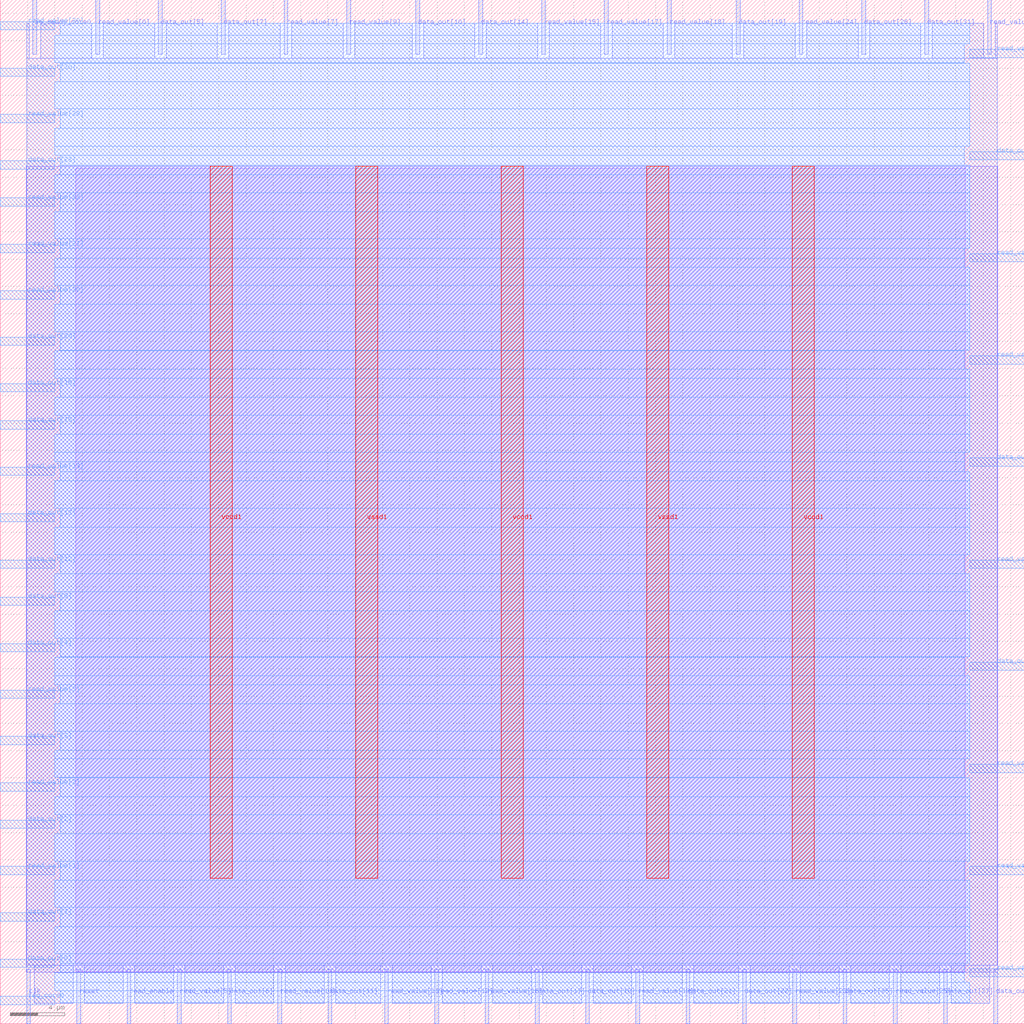
<source format=lef>
VERSION 5.7 ;
  NOWIREEXTENSIONATPIN ON ;
  DIVIDERCHAR "/" ;
  BUSBITCHARS "[]" ;
MACRO io_input_arbiter
  CLASS BLOCK ;
  FOREIGN io_input_arbiter ;
  ORIGIN 0.000 0.000 ;
  SIZE 75.000 BY 75.000 ;
  PIN clk
    DIRECTION INPUT ;
    USE SIGNAL ;
    PORT
      LAYER met2 ;
        RECT 1.930 0.000 2.210 4.000 ;
    END
  END clk
  PIN data_out[0]
    DIRECTION OUTPUT TRISTATE ;
    USE SIGNAL ;
    PORT
      LAYER met3 ;
        RECT 0.000 4.120 4.000 4.720 ;
    END
  END data_out[0]
  PIN data_out[10]
    DIRECTION OUTPUT TRISTATE ;
    USE SIGNAL ;
    PORT
      LAYER met2 ;
        RECT 30.450 71.000 30.730 75.000 ;
    END
  END data_out[10]
  PIN data_out[11]
    DIRECTION OUTPUT TRISTATE ;
    USE SIGNAL ;
    PORT
      LAYER met2 ;
        RECT 24.010 0.000 24.290 4.000 ;
    END
  END data_out[11]
  PIN data_out[12]
    DIRECTION OUTPUT TRISTATE ;
    USE SIGNAL ;
    PORT
      LAYER met3 ;
        RECT 0.000 33.360 4.000 33.960 ;
    END
  END data_out[12]
  PIN data_out[13]
    DIRECTION OUTPUT TRISTATE ;
    USE SIGNAL ;
    PORT
      LAYER met3 ;
        RECT 0.000 36.760 4.000 37.360 ;
    END
  END data_out[13]
  PIN data_out[14]
    DIRECTION OUTPUT TRISTATE ;
    USE SIGNAL ;
    PORT
      LAYER met2 ;
        RECT 35.050 71.000 35.330 75.000 ;
    END
  END data_out[14]
  PIN data_out[15]
    DIRECTION OUTPUT TRISTATE ;
    USE SIGNAL ;
    PORT
      LAYER met3 ;
        RECT 0.000 43.560 4.000 44.160 ;
    END
  END data_out[15]
  PIN data_out[16]
    DIRECTION OUTPUT TRISTATE ;
    USE SIGNAL ;
    PORT
      LAYER met3 ;
        RECT 0.000 46.280 4.000 46.880 ;
    END
  END data_out[16]
  PIN data_out[17]
    DIRECTION OUTPUT TRISTATE ;
    USE SIGNAL ;
    PORT
      LAYER met2 ;
        RECT 39.190 0.000 39.470 4.000 ;
    END
  END data_out[17]
  PIN data_out[18]
    DIRECTION OUTPUT TRISTATE ;
    USE SIGNAL ;
    PORT
      LAYER met2 ;
        RECT 42.870 0.000 43.150 4.000 ;
    END
  END data_out[18]
  PIN data_out[19]
    DIRECTION OUTPUT TRISTATE ;
    USE SIGNAL ;
    PORT
      LAYER met2 ;
        RECT 53.910 71.000 54.190 75.000 ;
    END
  END data_out[19]
  PIN data_out[1]
    DIRECTION OUTPUT TRISTATE ;
    USE SIGNAL ;
    PORT
      LAYER met3 ;
        RECT 0.000 7.520 4.000 8.120 ;
    END
  END data_out[1]
  PIN data_out[20]
    DIRECTION OUTPUT TRISTATE ;
    USE SIGNAL ;
    PORT
      LAYER met3 ;
        RECT 0.000 49.680 4.000 50.280 ;
    END
  END data_out[20]
  PIN data_out[21]
    DIRECTION OUTPUT TRISTATE ;
    USE SIGNAL ;
    PORT
      LAYER met2 ;
        RECT 50.230 0.000 50.510 4.000 ;
    END
  END data_out[21]
  PIN data_out[22]
    DIRECTION OUTPUT TRISTATE ;
    USE SIGNAL ;
    PORT
      LAYER met2 ;
        RECT 54.370 0.000 54.650 4.000 ;
    END
  END data_out[22]
  PIN data_out[23]
    DIRECTION OUTPUT TRISTATE ;
    USE SIGNAL ;
    PORT
      LAYER met3 ;
        RECT 0.000 62.600 4.000 63.200 ;
    END
  END data_out[23]
  PIN data_out[24]
    DIRECTION OUTPUT TRISTATE ;
    USE SIGNAL ;
    PORT
      LAYER met3 ;
        RECT 71.000 40.840 75.000 41.440 ;
    END
  END data_out[24]
  PIN data_out[25]
    DIRECTION OUTPUT TRISTATE ;
    USE SIGNAL ;
    PORT
      LAYER met2 ;
        RECT 61.730 0.000 62.010 4.000 ;
    END
  END data_out[25]
  PIN data_out[26]
    DIRECTION OUTPUT TRISTATE ;
    USE SIGNAL ;
    PORT
      LAYER met2 ;
        RECT 63.110 71.000 63.390 75.000 ;
    END
  END data_out[26]
  PIN data_out[27]
    DIRECTION OUTPUT TRISTATE ;
    USE SIGNAL ;
    PORT
      LAYER met2 ;
        RECT 69.090 0.000 69.370 4.000 ;
    END
  END data_out[27]
  PIN data_out[28]
    DIRECTION OUTPUT TRISTATE ;
    USE SIGNAL ;
    PORT
      LAYER met3 ;
        RECT 71.000 63.280 75.000 63.880 ;
    END
  END data_out[28]
  PIN data_out[29]
    DIRECTION OUTPUT TRISTATE ;
    USE SIGNAL ;
    PORT
      LAYER met2 ;
        RECT 72.770 0.000 73.050 4.000 ;
    END
  END data_out[29]
  PIN data_out[2]
    DIRECTION OUTPUT TRISTATE ;
    USE SIGNAL ;
    PORT
      LAYER met3 ;
        RECT 0.000 14.320 4.000 14.920 ;
    END
  END data_out[2]
  PIN data_out[30]
    DIRECTION OUTPUT TRISTATE ;
    USE SIGNAL ;
    PORT
      LAYER met3 ;
        RECT 0.000 69.400 4.000 70.000 ;
    END
  END data_out[30]
  PIN data_out[31]
    DIRECTION OUTPUT TRISTATE ;
    USE SIGNAL ;
    PORT
      LAYER met2 ;
        RECT 67.710 71.000 67.990 75.000 ;
    END
  END data_out[31]
  PIN data_out[3]
    DIRECTION OUTPUT TRISTATE ;
    USE SIGNAL ;
    PORT
      LAYER met3 ;
        RECT 0.000 20.440 4.000 21.040 ;
    END
  END data_out[3]
  PIN data_out[4]
    DIRECTION OUTPUT TRISTATE ;
    USE SIGNAL ;
    PORT
      LAYER met3 ;
        RECT 0.000 27.240 4.000 27.840 ;
    END
  END data_out[4]
  PIN data_out[5]
    DIRECTION OUTPUT TRISTATE ;
    USE SIGNAL ;
    PORT
      LAYER met2 ;
        RECT 11.590 71.000 11.870 75.000 ;
    END
  END data_out[5]
  PIN data_out[6]
    DIRECTION OUTPUT TRISTATE ;
    USE SIGNAL ;
    PORT
      LAYER met2 ;
        RECT 16.650 0.000 16.930 4.000 ;
    END
  END data_out[6]
  PIN data_out[7]
    DIRECTION OUTPUT TRISTATE ;
    USE SIGNAL ;
    PORT
      LAYER met2 ;
        RECT 16.190 71.000 16.470 75.000 ;
    END
  END data_out[7]
  PIN data_out[8]
    DIRECTION OUTPUT TRISTATE ;
    USE SIGNAL ;
    PORT
      LAYER met3 ;
        RECT 0.000 30.640 4.000 31.240 ;
    END
  END data_out[8]
  PIN data_out[9]
    DIRECTION OUTPUT TRISTATE ;
    USE SIGNAL ;
    PORT
      LAYER met3 ;
        RECT 71.000 25.880 75.000 26.480 ;
    END
  END data_out[9]
  PIN is_ready_core0
    DIRECTION OUTPUT TRISTATE ;
    USE SIGNAL ;
    PORT
      LAYER met2 ;
        RECT 2.390 71.000 2.670 75.000 ;
    END
  END is_ready_core0
  PIN read_enable
    DIRECTION INPUT ;
    USE SIGNAL ;
    PORT
      LAYER met2 ;
        RECT 9.290 0.000 9.570 4.000 ;
    END
  END read_enable
  PIN read_value[0]
    DIRECTION INPUT ;
    USE SIGNAL ;
    PORT
      LAYER met2 ;
        RECT 6.990 71.000 7.270 75.000 ;
    END
  END read_value[0]
  PIN read_value[10]
    DIRECTION INPUT ;
    USE SIGNAL ;
    PORT
      LAYER met2 ;
        RECT 20.330 0.000 20.610 4.000 ;
    END
  END read_value[10]
  PIN read_value[11]
    DIRECTION INPUT ;
    USE SIGNAL ;
    PORT
      LAYER met2 ;
        RECT 28.150 0.000 28.430 4.000 ;
    END
  END read_value[11]
  PIN read_value[12]
    DIRECTION INPUT ;
    USE SIGNAL ;
    PORT
      LAYER met2 ;
        RECT 31.830 0.000 32.110 4.000 ;
    END
  END read_value[12]
  PIN read_value[13]
    DIRECTION INPUT ;
    USE SIGNAL ;
    PORT
      LAYER met3 ;
        RECT 0.000 40.160 4.000 40.760 ;
    END
  END read_value[13]
  PIN read_value[14]
    DIRECTION INPUT ;
    USE SIGNAL ;
    PORT
      LAYER met3 ;
        RECT 71.000 33.360 75.000 33.960 ;
    END
  END read_value[14]
  PIN read_value[15]
    DIRECTION INPUT ;
    USE SIGNAL ;
    PORT
      LAYER met2 ;
        RECT 39.650 71.000 39.930 75.000 ;
    END
  END read_value[15]
  PIN read_value[16]
    DIRECTION INPUT ;
    USE SIGNAL ;
    PORT
      LAYER met2 ;
        RECT 35.510 0.000 35.790 4.000 ;
    END
  END read_value[16]
  PIN read_value[17]
    DIRECTION INPUT ;
    USE SIGNAL ;
    PORT
      LAYER met2 ;
        RECT 44.250 71.000 44.530 75.000 ;
    END
  END read_value[17]
  PIN read_value[18]
    DIRECTION INPUT ;
    USE SIGNAL ;
    PORT
      LAYER met2 ;
        RECT 48.850 71.000 49.130 75.000 ;
    END
  END read_value[18]
  PIN read_value[19]
    DIRECTION INPUT ;
    USE SIGNAL ;
    PORT
      LAYER met2 ;
        RECT 46.550 0.000 46.830 4.000 ;
    END
  END read_value[19]
  PIN read_value[1]
    DIRECTION INPUT ;
    USE SIGNAL ;
    PORT
      LAYER met3 ;
        RECT 0.000 10.920 4.000 11.520 ;
    END
  END read_value[1]
  PIN read_value[20]
    DIRECTION INPUT ;
    USE SIGNAL ;
    PORT
      LAYER met3 ;
        RECT 0.000 53.080 4.000 53.680 ;
    END
  END read_value[20]
  PIN read_value[21]
    DIRECTION INPUT ;
    USE SIGNAL ;
    PORT
      LAYER met3 ;
        RECT 0.000 56.480 4.000 57.080 ;
    END
  END read_value[21]
  PIN read_value[22]
    DIRECTION INPUT ;
    USE SIGNAL ;
    PORT
      LAYER met3 ;
        RECT 0.000 59.880 4.000 60.480 ;
    END
  END read_value[22]
  PIN read_value[23]
    DIRECTION INPUT ;
    USE SIGNAL ;
    PORT
      LAYER met2 ;
        RECT 58.050 0.000 58.330 4.000 ;
    END
  END read_value[23]
  PIN read_value[24]
    DIRECTION INPUT ;
    USE SIGNAL ;
    PORT
      LAYER met2 ;
        RECT 58.510 71.000 58.790 75.000 ;
    END
  END read_value[24]
  PIN read_value[25]
    DIRECTION INPUT ;
    USE SIGNAL ;
    PORT
      LAYER met2 ;
        RECT 65.410 0.000 65.690 4.000 ;
    END
  END read_value[25]
  PIN read_value[26]
    DIRECTION INPUT ;
    USE SIGNAL ;
    PORT
      LAYER met3 ;
        RECT 71.000 48.320 75.000 48.920 ;
    END
  END read_value[26]
  PIN read_value[27]
    DIRECTION INPUT ;
    USE SIGNAL ;
    PORT
      LAYER met3 ;
        RECT 71.000 55.800 75.000 56.400 ;
    END
  END read_value[27]
  PIN read_value[28]
    DIRECTION INPUT ;
    USE SIGNAL ;
    PORT
      LAYER met3 ;
        RECT 71.000 70.760 75.000 71.360 ;
    END
  END read_value[28]
  PIN read_value[29]
    DIRECTION INPUT ;
    USE SIGNAL ;
    PORT
      LAYER met3 ;
        RECT 0.000 66.000 4.000 66.600 ;
    END
  END read_value[29]
  PIN read_value[2]
    DIRECTION INPUT ;
    USE SIGNAL ;
    PORT
      LAYER met3 ;
        RECT 0.000 17.040 4.000 17.640 ;
    END
  END read_value[2]
  PIN read_value[30]
    DIRECTION INPUT ;
    USE SIGNAL ;
    PORT
      LAYER met3 ;
        RECT 0.000 72.800 4.000 73.400 ;
    END
  END read_value[30]
  PIN read_value[31]
    DIRECTION INPUT ;
    USE SIGNAL ;
    PORT
      LAYER met2 ;
        RECT 72.310 71.000 72.590 75.000 ;
    END
  END read_value[31]
  PIN read_value[3]
    DIRECTION INPUT ;
    USE SIGNAL ;
    PORT
      LAYER met3 ;
        RECT 0.000 23.840 4.000 24.440 ;
    END
  END read_value[3]
  PIN read_value[4]
    DIRECTION INPUT ;
    USE SIGNAL ;
    PORT
      LAYER met3 ;
        RECT 71.000 3.440 75.000 4.040 ;
    END
  END read_value[4]
  PIN read_value[5]
    DIRECTION INPUT ;
    USE SIGNAL ;
    PORT
      LAYER met2 ;
        RECT 12.970 0.000 13.250 4.000 ;
    END
  END read_value[5]
  PIN read_value[6]
    DIRECTION INPUT ;
    USE SIGNAL ;
    PORT
      LAYER met3 ;
        RECT 71.000 10.920 75.000 11.520 ;
    END
  END read_value[6]
  PIN read_value[7]
    DIRECTION INPUT ;
    USE SIGNAL ;
    PORT
      LAYER met2 ;
        RECT 20.790 71.000 21.070 75.000 ;
    END
  END read_value[7]
  PIN read_value[8]
    DIRECTION INPUT ;
    USE SIGNAL ;
    PORT
      LAYER met3 ;
        RECT 71.000 18.400 75.000 19.000 ;
    END
  END read_value[8]
  PIN read_value[9]
    DIRECTION INPUT ;
    USE SIGNAL ;
    PORT
      LAYER met2 ;
        RECT 25.390 71.000 25.670 75.000 ;
    END
  END read_value[9]
  PIN req_core0
    DIRECTION INPUT ;
    USE SIGNAL ;
    PORT
      LAYER met3 ;
        RECT 0.000 1.400 4.000 2.000 ;
    END
  END req_core0
  PIN reset
    DIRECTION INPUT ;
    USE SIGNAL ;
    PORT
      LAYER met2 ;
        RECT 5.610 0.000 5.890 4.000 ;
    END
  END reset
  PIN vccd1
    DIRECTION INPUT ;
    USE POWER ;
    PORT
      LAYER met4 ;
        RECT 15.380 10.640 16.980 62.800 ;
    END
    PORT
      LAYER met4 ;
        RECT 36.700 10.640 38.300 62.800 ;
    END
    PORT
      LAYER met4 ;
        RECT 58.020 10.640 59.620 62.800 ;
    END
  END vccd1
  PIN vssd1
    DIRECTION INPUT ;
    USE GROUND ;
    PORT
      LAYER met4 ;
        RECT 26.040 10.640 27.640 62.800 ;
    END
    PORT
      LAYER met4 ;
        RECT 47.360 10.640 48.960 62.800 ;
    END
  END vssd1
  OBS
      LAYER li1 ;
        RECT 5.520 3.825 70.695 62.645 ;
      LAYER met1 ;
        RECT 1.910 3.780 73.070 62.800 ;
      LAYER met2 ;
        RECT 1.940 70.720 2.110 73.285 ;
        RECT 2.950 70.720 6.710 73.285 ;
        RECT 7.550 70.720 11.310 73.285 ;
        RECT 12.150 70.720 15.910 73.285 ;
        RECT 16.750 70.720 20.510 73.285 ;
        RECT 21.350 70.720 25.110 73.285 ;
        RECT 25.950 70.720 30.170 73.285 ;
        RECT 31.010 70.720 34.770 73.285 ;
        RECT 35.610 70.720 39.370 73.285 ;
        RECT 40.210 70.720 43.970 73.285 ;
        RECT 44.810 70.720 48.570 73.285 ;
        RECT 49.410 70.720 53.630 73.285 ;
        RECT 54.470 70.720 58.230 73.285 ;
        RECT 59.070 70.720 62.830 73.285 ;
        RECT 63.670 70.720 67.430 73.285 ;
        RECT 68.270 70.720 72.030 73.285 ;
        RECT 72.870 70.720 73.040 73.285 ;
        RECT 1.940 4.280 73.040 70.720 ;
        RECT 2.490 1.515 5.330 4.280 ;
        RECT 6.170 1.515 9.010 4.280 ;
        RECT 9.850 1.515 12.690 4.280 ;
        RECT 13.530 1.515 16.370 4.280 ;
        RECT 17.210 1.515 20.050 4.280 ;
        RECT 20.890 1.515 23.730 4.280 ;
        RECT 24.570 1.515 27.870 4.280 ;
        RECT 28.710 1.515 31.550 4.280 ;
        RECT 32.390 1.515 35.230 4.280 ;
        RECT 36.070 1.515 38.910 4.280 ;
        RECT 39.750 1.515 42.590 4.280 ;
        RECT 43.430 1.515 46.270 4.280 ;
        RECT 47.110 1.515 49.950 4.280 ;
        RECT 50.790 1.515 54.090 4.280 ;
        RECT 54.930 1.515 57.770 4.280 ;
        RECT 58.610 1.515 61.450 4.280 ;
        RECT 62.290 1.515 65.130 4.280 ;
        RECT 65.970 1.515 68.810 4.280 ;
        RECT 69.650 1.515 72.490 4.280 ;
      LAYER met3 ;
        RECT 4.400 72.400 71.000 73.265 ;
        RECT 4.000 71.760 71.000 72.400 ;
        RECT 4.000 70.400 70.600 71.760 ;
        RECT 4.400 70.360 70.600 70.400 ;
        RECT 4.400 69.000 71.000 70.360 ;
        RECT 4.000 67.000 71.000 69.000 ;
        RECT 4.400 65.600 71.000 67.000 ;
        RECT 4.000 64.280 71.000 65.600 ;
        RECT 4.000 63.600 70.600 64.280 ;
        RECT 4.400 62.880 70.600 63.600 ;
        RECT 4.400 62.200 71.000 62.880 ;
        RECT 4.000 60.880 71.000 62.200 ;
        RECT 4.400 59.480 71.000 60.880 ;
        RECT 4.000 57.480 71.000 59.480 ;
        RECT 4.400 56.800 71.000 57.480 ;
        RECT 4.400 56.080 70.600 56.800 ;
        RECT 4.000 55.400 70.600 56.080 ;
        RECT 4.000 54.080 71.000 55.400 ;
        RECT 4.400 52.680 71.000 54.080 ;
        RECT 4.000 50.680 71.000 52.680 ;
        RECT 4.400 49.320 71.000 50.680 ;
        RECT 4.400 49.280 70.600 49.320 ;
        RECT 4.000 47.920 70.600 49.280 ;
        RECT 4.000 47.280 71.000 47.920 ;
        RECT 4.400 45.880 71.000 47.280 ;
        RECT 4.000 44.560 71.000 45.880 ;
        RECT 4.400 43.160 71.000 44.560 ;
        RECT 4.000 41.840 71.000 43.160 ;
        RECT 4.000 41.160 70.600 41.840 ;
        RECT 4.400 40.440 70.600 41.160 ;
        RECT 4.400 39.760 71.000 40.440 ;
        RECT 4.000 37.760 71.000 39.760 ;
        RECT 4.400 36.360 71.000 37.760 ;
        RECT 4.000 34.360 71.000 36.360 ;
        RECT 4.400 32.960 70.600 34.360 ;
        RECT 4.000 31.640 71.000 32.960 ;
        RECT 4.400 30.240 71.000 31.640 ;
        RECT 4.000 28.240 71.000 30.240 ;
        RECT 4.400 26.880 71.000 28.240 ;
        RECT 4.400 26.840 70.600 26.880 ;
        RECT 4.000 25.480 70.600 26.840 ;
        RECT 4.000 24.840 71.000 25.480 ;
        RECT 4.400 23.440 71.000 24.840 ;
        RECT 4.000 21.440 71.000 23.440 ;
        RECT 4.400 20.040 71.000 21.440 ;
        RECT 4.000 19.400 71.000 20.040 ;
        RECT 4.000 18.040 70.600 19.400 ;
        RECT 4.400 18.000 70.600 18.040 ;
        RECT 4.400 16.640 71.000 18.000 ;
        RECT 4.000 15.320 71.000 16.640 ;
        RECT 4.400 13.920 71.000 15.320 ;
        RECT 4.000 11.920 71.000 13.920 ;
        RECT 4.400 10.520 70.600 11.920 ;
        RECT 4.000 8.520 71.000 10.520 ;
        RECT 4.400 7.120 71.000 8.520 ;
        RECT 4.000 5.120 71.000 7.120 ;
        RECT 4.400 4.440 71.000 5.120 ;
        RECT 4.400 3.720 70.600 4.440 ;
        RECT 4.000 3.040 70.600 3.720 ;
        RECT 4.000 2.400 71.000 3.040 ;
        RECT 4.400 1.535 71.000 2.400 ;
  END
END io_input_arbiter
END LIBRARY


</source>
